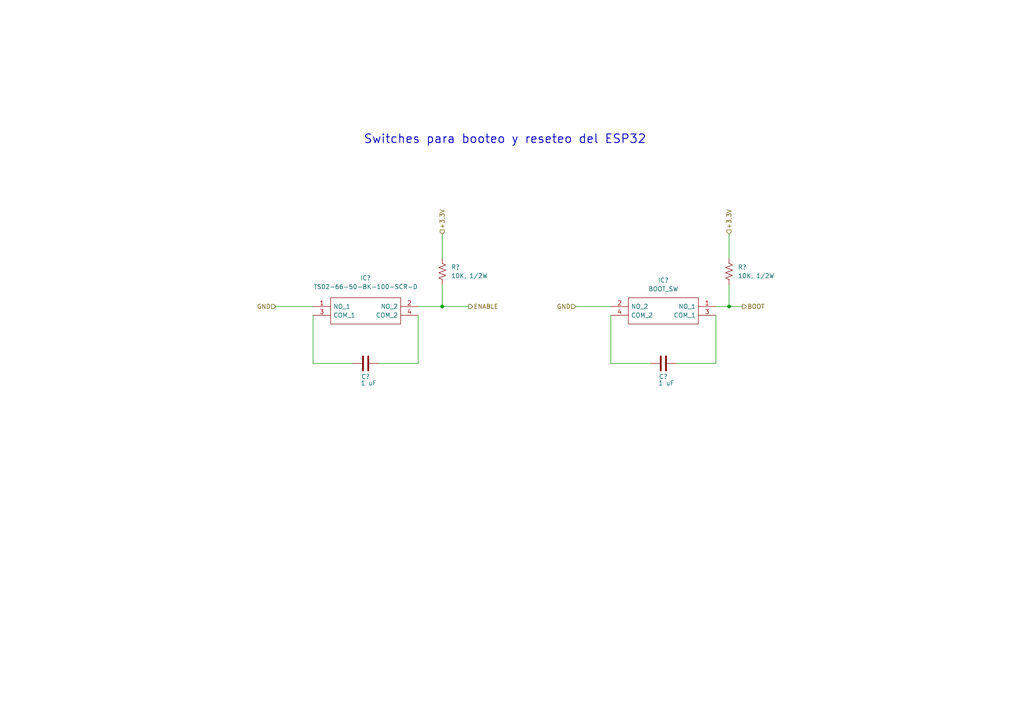
<source format=kicad_sch>
(kicad_sch (version 20211123) (generator eeschema)
  (paper "A4")
  (lib_symbols
    (symbol "Device:C" (pin_numbers hide) (pin_names (offset 0.254))
      (property "Reference" "C" (at 0.635 2.54 0))
      (property "Value" "C" (at 0.635 -2.54 0))
      (symbol "C_0_1"
        (polyline (pts (xy -2.032 -0.762) (xy 2.032 -0.762)) (stroke (width 0.508)))
        (polyline (pts (xy -2.032 0.762) (xy 2.032 0.762)) (stroke (width 0.508)))
      )
      (symbol "C_1_1"
        (pin passive line (at 0 3.81 270) (length 2.794) (name "~") (number "1"))
        (pin passive line (at 0 -3.81 90) (length 2.794) (name "~") (number "2"))
      )
    )
    (symbol "Device:R_US" (pin_numbers hide) (pin_names (offset 0))
      (property "Reference" "R" (at 2.54 0 90))
      (property "Value" "R_US" (at -2.54 0 90))
      (symbol "R_US_0_1"
        (polyline (pts (xy 0 -2.286) (xy 0 -2.54)))
        (polyline (pts (xy 0 2.286) (xy 0 2.54)))
        (polyline (pts (xy 0 -0.762) (xy 1.016 -1.143) (xy 0 -1.524) (xy -1.016 -1.905) (xy 0 -2.286)))
        (polyline (pts (xy 0 0.762) (xy 1.016 0.381) (xy 0 0) (xy -1.016 -0.381) (xy 0 -0.762)))
        (polyline (pts (xy 0 2.286) (xy 1.016 1.905) (xy 0 1.524) (xy -1.016 1.143) (xy 0 0.762)))
      )
      (symbol "R_US_1_1"
        (pin passive line (at 0 3.81 270) (length 1.27) (name "~") (number "1"))
        (pin passive line (at 0 -3.81 90) (length 1.27) (name "~") (number "2"))
      )
    )
    (symbol "TS02-66-50-BK-100-SCR-D:TS02-66-50-BK-100-SCR-D" (pin_names (offset 0.762))
      (property "Reference" "IC" (at 26.67 7.62 0))
      (property "Value" "TS02-66-50-BK-100-SCR-D" (at 26.67 5.08 0))
      (symbol "TS02-66-50-BK-100-SCR-D_0_0"
        (pin passive line (at 0 0 0) (length 5.08) (name "NO_1") (number "1"))
        (pin passive line (at 30.48 0 180) (length 5.08) (name "NO_2") (number "2"))
        (pin passive line (at 0 -2.54 0) (length 5.08) (name "COM_1") (number "3"))
        (pin passive line (at 30.48 -2.54 180) (length 5.08) (name "COM_2") (number "4"))
      )
      (symbol "TS02-66-50-BK-100-SCR-D_0_1"
        (polyline (pts (xy 5.08 2.54) (xy 25.4 2.54) (xy 25.4 -5.08) (xy 5.08 -5.08) (xy 5.08 2.54)) (stroke (width 0.1524)))
      )
    )
  )
  (junction (at 211.455 88.9))
  (junction (at 128.27 88.9))
  (wire (pts (xy 128.27 82.55) (xy 128.27 88.9)))
  (wire (pts (xy 211.455 82.55) (xy 211.455 88.9)))
  (wire (pts (xy 128.27 67.945) (xy 128.27 74.93)))
  (wire (pts (xy 211.455 88.9) (xy 215.265 88.9)))
  (wire (pts (xy 109.855 105.41) (xy 121.285 105.41)))
  (wire (pts (xy 121.285 105.41) (xy 121.285 91.44)))
  (wire (pts (xy 177.165 88.9) (xy 167.005 88.9)))
  (wire (pts (xy 177.165 91.44) (xy 177.165 105.41)))
  (wire (pts (xy 90.805 105.41) (xy 102.235 105.41)))
  (wire (pts (xy 207.645 105.41) (xy 207.645 91.44)))
  (wire (pts (xy 121.285 88.9) (xy 128.27 88.9)))
  (wire (pts (xy 211.455 67.945) (xy 211.455 74.93)))
  (wire (pts (xy 196.215 105.41) (xy 207.645 105.41)))
  (wire (pts (xy 207.645 88.9) (xy 211.455 88.9)))
  (wire (pts (xy 90.805 91.44) (xy 90.805 105.41)))
  (wire (pts (xy 177.165 105.41) (xy 188.595 105.41)))
  (wire (pts (xy 80.01 88.9) (xy 90.805 88.9)))
  (wire (pts (xy 128.27 88.9) (xy 135.89 88.9)))
  (text "Switches para booteo y reseteo del ESP32" (at 105.41 41.91 0) (effects (font (size 2.5 2.5) (thickness 0.254) bold) (justify left bottom)))
  (hierarchical_label "GND" (shape input) (at 167.005 88.9 180))
  (hierarchical_label "ENABLE" (shape output) (at 135.89 88.9 0))
  (hierarchical_label "BOOT" (shape output) (at 215.265 88.9 0))
  (hierarchical_label "+3,3V" (shape input) (at 211.455 67.945 90))
  (hierarchical_label "+3,3V" (shape input) (at 128.27 67.945 90))
  (hierarchical_label "GND" (shape input) (at 80.01 88.9 180))
  (symbol (lib_id "Device:C") (at 192.405 105.41 90) (unit 1)
    (property "Reference" "C?" (at 193.675 109.22 90) (effects (justify left)))
    (property "Value" "1 uF" (at 195.58 111.125 90) (effects (justify left)))
  )
  (symbol (lib_id "Device:C") (at 106.045 105.41 90) (unit 1)
    (property "Reference" "C?" (at 107.315 109.22 90) (effects (justify left)))
    (property "Value" "1 uF" (at 109.22 111.125 90) (effects (justify left)))
  )
  (symbol (lib_id "TS02-66-50-BK-100-SCR-D:TS02-66-50-BK-100-SCR-D") (at 90.805 88.9 0) (unit 1)
    (property "Reference" "IC?" (at 106.045 80.645 0))
    (property "Value" "TS02-66-50-BK-100-SCR-D" (at 106.045 83.185 0))
    (property "Footprint" "TS026650BK100SCRD" (effects hide))
    (property "Datasheet" "https://www.cuidevices.com/product/resource/ts02.pdf" (effects hide))
    (property "Description" "Tactile Switches 6 x 6 mm, 5 mm Act Height, 100 gf, Black, Short Crimped, Through Hole, SPST," (effects hide))
    (property "Height" "5.2" (effects hide))
    (property "Manufacturer_Name" "CUI Inc." (effects hide))
    (property "Manufacturer_Part_Number" "TS02-66-50-BK-100-SCR-D" (effects hide))
    (property "Mouser Part Number" "179-TS026650BK100SCR" (effects hide))
    (property "Mouser Price/Stock" "https://www.mouser.co.uk/ProductDetail/CUI-Devices/TS02-66-50-BK-100-SCR-D?qs=A6eO%252BMLsxmQON%252BZSzpek2A%3D%3D" (effects hide))
    (property "Arrow Part Number" "TS02-66-50-BK-100-SCR-D" (effects hide))
    (property "Arrow Price/Stock" "https://www.arrow.com/en/products/ts02-66-50-bk-100-scr-d/cui-devices?region=nac" (effects hide))
  )
  (symbol (lib_id "Device:R_US") (at 211.455 78.74 180) (unit 1)
    (property "Reference" "R?" (at 213.995 77.4699 0) (effects (justify right)))
    (property "Value" "10K, 1/2W" (at 213.995 80.0099 0) (effects (justify right)))
  )
  (symbol (lib_id "TS02-66-50-BK-100-SCR-D:TS02-66-50-BK-100-SCR-D") (at 207.645 88.9 0) (mirror y) (unit 1)
    (property "Reference" "IC?" (at 192.405 81.28 0))
    (property "Value" "BOOT_SW" (at 192.405 83.82 0))
    (property "Footprint" "TS026650BK100SCRD" (effects hide))
    (property "Datasheet" "https://www.cuidevices.com/product/resource/ts02.pdf" (effects hide))
    (property "Description" "Tactile Switches 6 x 6 mm, 5 mm Act Height, 100 gf, Black, Short Crimped, Through Hole, SPST," (effects hide))
    (property "Height" "5.2" (effects hide))
    (property "Manufacturer_Name" "CUI Inc." (effects hide))
    (property "Manufacturer_Part_Number" "TS02-66-50-BK-100-SCR-D" (effects hide))
    (property "Mouser Part Number" "179-TS026650BK100SCR" (effects hide))
    (property "Mouser Price/Stock" "https://www.mouser.co.uk/ProductDetail/CUI-Devices/TS02-66-50-BK-100-SCR-D?qs=A6eO%252BMLsxmQON%252BZSzpek2A%3D%3D" (effects hide))
    (property "Arrow Part Number" "TS02-66-50-BK-100-SCR-D" (effects hide))
    (property "Arrow Price/Stock" "https://www.arrow.com/en/products/ts02-66-50-bk-100-scr-d/cui-devices?region=nac" (effects hide))
  )
  (symbol (lib_id "Device:R_US") (at 128.27 78.74 180) (unit 1)
    (property "Reference" "R?" (at 130.81 77.4699 0) (effects (justify right)))
    (property "Value" "10K, 1/2W" (at 130.81 80.0099 0) (effects (justify right)))
  )
)
</source>
